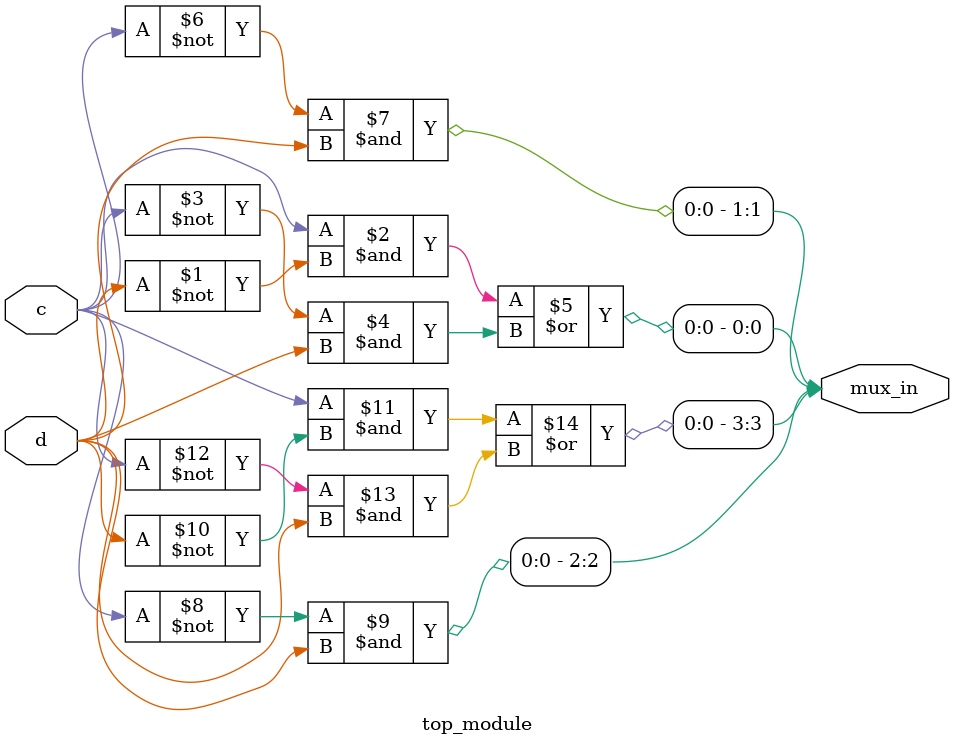
<source format=sv>
module top_module (
	input c,
	input d,
	output [3:0] mux_in
);
	// Implementing the Karnaugh Map using multiplexers
	// Creating a 2-to-1 multiplexer for each output bit of mux_in

	// First output bit mux_in[0]
	// Mux input selection based on c, d
	// c d = 00 -> mux_in[0] = 1'b1
	// c d = 01 -> mux_in[0] = 1'b0
	// c d = 11 -> mux_in[0] = 1'b0
	// c d = 10 -> mux_in[0] = 1'b1
	assign mux_in[0] = (c & ~d) | (~c & d);

	// Second output bit mux_in[1]
	// Mux input selection based on c, d
	// c d = 00 -> mux_in[1] = 1'b0
	// c d = 01 -> mux_in[1] = 1'b1
	// c d = 11 -> mux_in[1] = 1'b0
	// c d = 10 -> mux_in[1] = 1'b0
	assign mux_in[1] = (~c & d);

	// Third output bit mux_in[2]
	// Mux input selection based on c, d
	// c d = 00 -> mux_in[2] = 1'b0
	// c d = 01 -> mux_in[2] = 1'b1
	// c d = 11 -> mux_in[2] = 1'b0
	// c d = 10 -> mux_in[2] = 1'b0
	assign mux_in[2] = (~c & d);

	// Fourth output bit mux_in[3]
	// Mux input selection based on c, d
	// c d = 00 -> mux_in[3] = 1'b1
	// c d = 01 -> mux_in[3] = 1'b0
	// c d = 11 -> mux_in[3] = 1'b1
	// c d = 10 -> mux_in[3] = 1'b1
	assign mux_in[3] = (c & ~d) | (~c & d);
endmodule

</source>
